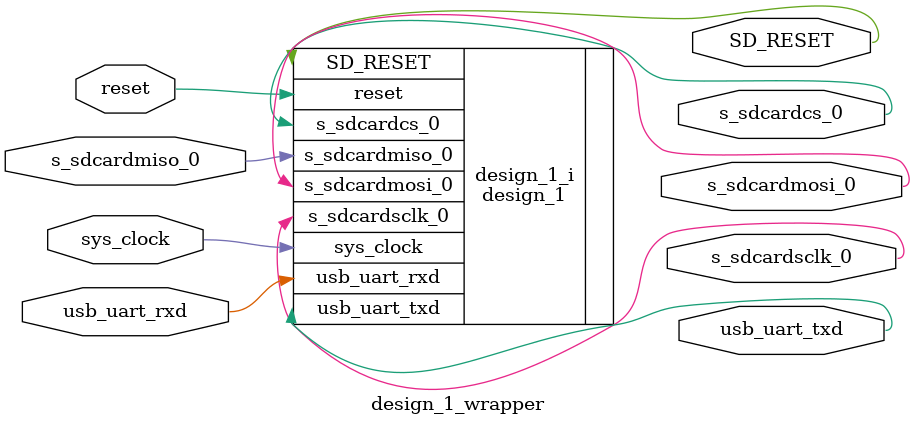
<source format=v>
`timescale 1 ps / 1 ps

module design_1_wrapper
   (SD_RESET,
    reset,
    s_sdcardcs_0,
    s_sdcardmiso_0,
    s_sdcardmosi_0,
    s_sdcardsclk_0,
    sys_clock,
    usb_uart_rxd,
    usb_uart_txd);
  output [0:0]SD_RESET;
  input reset;
  output s_sdcardcs_0;
  input s_sdcardmiso_0;
  output s_sdcardmosi_0;
  output s_sdcardsclk_0;
  input sys_clock;
  input usb_uart_rxd;
  output usb_uart_txd;

  wire [0:0]SD_RESET;
  wire reset;
  wire s_sdcardcs_0;
  wire s_sdcardmiso_0;
  wire s_sdcardmosi_0;
  wire s_sdcardsclk_0;
  wire sys_clock;
  wire usb_uart_rxd;
  wire usb_uart_txd;

  design_1 design_1_i
       (.SD_RESET(SD_RESET),
        .reset(reset),
        .s_sdcardcs_0(s_sdcardcs_0),
        .s_sdcardmiso_0(s_sdcardmiso_0),
        .s_sdcardmosi_0(s_sdcardmosi_0),
        .s_sdcardsclk_0(s_sdcardsclk_0),
        .sys_clock(sys_clock),
        .usb_uart_rxd(usb_uart_rxd),
        .usb_uart_txd(usb_uart_txd));
endmodule

</source>
